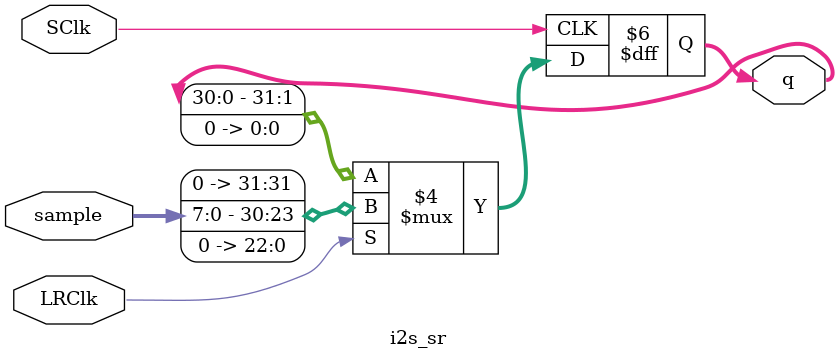
<source format=sv>
module i2s_sr(
	input SClk, // inverted clk (aka want to act on negedge of outside clk)
	input LRClk,
	input [7:0] sample, // just 0 for this purpose
	output [31:0] q
);
	always @(posedge SClk) begin
		if(LRClk == 1) begin
			q <= {1'b0, sample, 23'b0};
		end
		else begin
			q <= {q[30:0], 1'b0};
		end
	end
endmodule 
</source>
